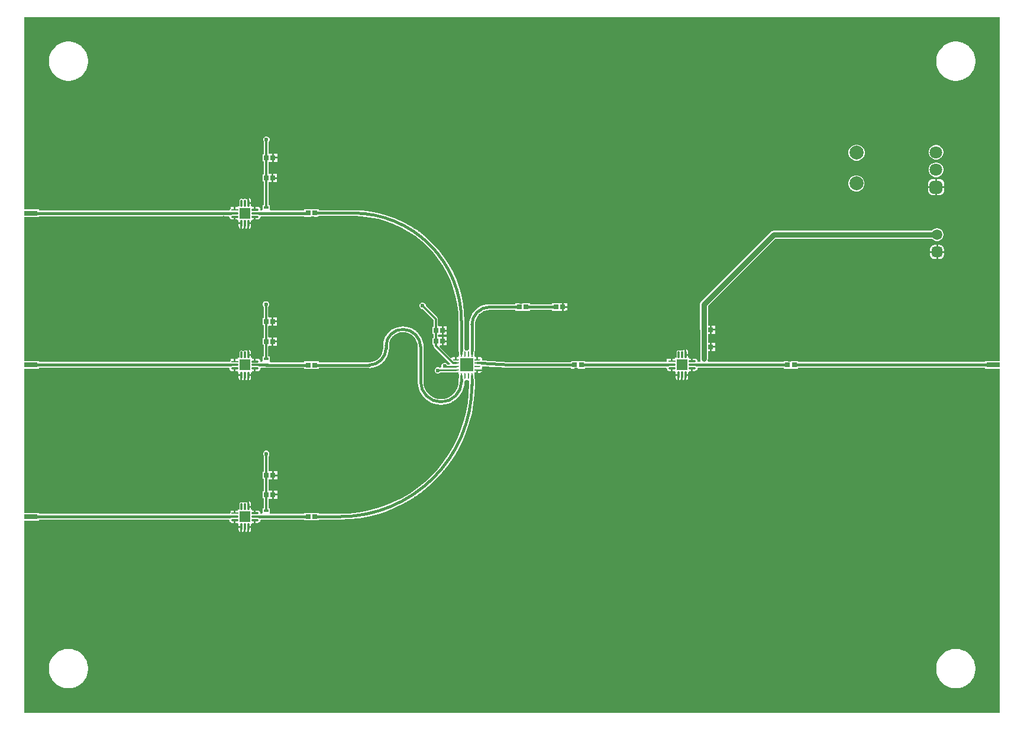
<source format=gtl>
G04*
G04 #@! TF.GenerationSoftware,Altium Limited,Altium Designer,25.8.1 (18)*
G04*
G04 Layer_Physical_Order=1*
G04 Layer_Color=255*
%FSLAX44Y44*%
%MOMM*%
G71*
G04*
G04 #@! TF.SameCoordinates,7FA5C237-9263-4F39-8F52-594564EE4E54*
G04*
G04*
G04 #@! TF.FilePolarity,Positive*
G04*
G01*
G75*
%ADD14R,0.6600X0.3600*%
%ADD15R,1.0191X0.2622*%
G04:AMPARAMS|DCode=16|XSize=1.0191mm|YSize=0.2622mm|CornerRadius=0.1311mm|HoleSize=0mm|Usage=FLASHONLY|Rotation=0.000|XOffset=0mm|YOffset=0mm|HoleType=Round|Shape=RoundedRectangle|*
%AMROUNDEDRECTD16*
21,1,1.0191,0.0000,0,0,0.0*
21,1,0.7569,0.2622,0,0,0.0*
1,1,0.2622,0.3785,0.0000*
1,1,0.2622,-0.3785,0.0000*
1,1,0.2622,-0.3785,0.0000*
1,1,0.2622,0.3785,0.0000*
%
%ADD16ROUNDEDRECTD16*%
G04:AMPARAMS|DCode=17|XSize=0.2622mm|YSize=1.0191mm|CornerRadius=0.1311mm|HoleSize=0mm|Usage=FLASHONLY|Rotation=0.000|XOffset=0mm|YOffset=0mm|HoleType=Round|Shape=RoundedRectangle|*
%AMROUNDEDRECTD17*
21,1,0.2622,0.7569,0,0,0.0*
21,1,0.0000,1.0191,0,0,0.0*
1,1,0.2622,0.0000,-0.3785*
1,1,0.2622,0.0000,-0.3785*
1,1,0.2622,0.0000,0.3785*
1,1,0.2622,0.0000,0.3785*
%
%ADD17ROUNDEDRECTD17*%
%ADD18R,4.8000X2.0000*%
%ADD19R,0.7154X0.6725*%
G04:AMPARAMS|DCode=20|XSize=0.8461mm|YSize=0.2425mm|CornerRadius=0.1212mm|HoleSize=0mm|Usage=FLASHONLY|Rotation=270.000|XOffset=0mm|YOffset=0mm|HoleType=Round|Shape=RoundedRectangle|*
%AMROUNDEDRECTD20*
21,1,0.8461,0.0000,0,0,270.0*
21,1,0.6036,0.2425,0,0,270.0*
1,1,0.2425,0.0000,-0.3018*
1,1,0.2425,0.0000,0.3018*
1,1,0.2425,0.0000,0.3018*
1,1,0.2425,0.0000,-0.3018*
%
%ADD20ROUNDEDRECTD20*%
G04:AMPARAMS|DCode=21|XSize=0.2425mm|YSize=0.8461mm|CornerRadius=0.1212mm|HoleSize=0mm|Usage=FLASHONLY|Rotation=270.000|XOffset=0mm|YOffset=0mm|HoleType=Round|Shape=RoundedRectangle|*
%AMROUNDEDRECTD21*
21,1,0.2425,0.6036,0,0,270.0*
21,1,0.0000,0.8461,0,0,270.0*
1,1,0.2425,-0.3018,0.0000*
1,1,0.2425,-0.3018,0.0000*
1,1,0.2425,0.3018,0.0000*
1,1,0.2425,0.3018,0.0000*
%
%ADD21ROUNDEDRECTD21*%
%ADD22R,1.9000X0.7000*%
%ADD23R,0.2425X0.8461*%
%ADD25R,1.5494X1.5494*%
%ADD27R,1.9200X1.9200*%
G04:AMPARAMS|DCode=30|XSize=1.8mm|YSize=1.8mm|CornerRadius=0.45mm|HoleSize=0mm|Usage=FLASHONLY|Rotation=270.000|XOffset=0mm|YOffset=0mm|HoleType=Round|Shape=RoundedRectangle|*
%AMROUNDEDRECTD30*
21,1,1.8000,0.9000,0,0,270.0*
21,1,0.9000,1.8000,0,0,270.0*
1,1,0.9000,-0.4500,-0.4500*
1,1,0.9000,-0.4500,0.4500*
1,1,0.9000,0.4500,0.4500*
1,1,0.9000,0.4500,-0.4500*
%
%ADD30ROUNDEDRECTD30*%
G04:AMPARAMS|DCode=31|XSize=1.5mm|YSize=1.5mm|CornerRadius=0.375mm|HoleSize=0mm|Usage=FLASHONLY|Rotation=270.000|XOffset=0mm|YOffset=0mm|HoleType=Round|Shape=RoundedRectangle|*
%AMROUNDEDRECTD31*
21,1,1.5000,0.7500,0,0,270.0*
21,1,0.7500,1.5000,0,0,270.0*
1,1,0.7500,-0.3750,-0.3750*
1,1,0.7500,-0.3750,0.3750*
1,1,0.7500,0.3750,0.3750*
1,1,0.7500,0.3750,-0.3750*
%
%ADD31ROUNDEDRECTD31*%
%ADD32C,1.8000*%
%ADD33C,2.0000*%
%ADD34C,1.5000*%
%ADD36C,0.6000*%
%ADD38C,0.4180*%
%ADD39C,0.3000*%
%ADD40C,0.4181*%
%ADD41C,0.2540*%
%ADD42C,0.8000*%
G36*
X474560Y713352D02*
X484524Y712961D01*
X496274Y711570D01*
X507880Y709261D01*
X519268Y706049D01*
X530370Y701954D01*
X541116Y697000D01*
X551440Y691218D01*
X561279Y684644D01*
X570571Y677319D01*
X579260Y669286D01*
X587293Y660597D01*
X594618Y651305D01*
X601192Y641466D01*
X606974Y631142D01*
X611928Y620396D01*
X616023Y609295D01*
X619235Y597906D01*
X621544Y586301D01*
X622935Y574550D01*
X623388Y563020D01*
X623329Y562725D01*
X623333Y520868D01*
X623650Y519272D01*
X623935Y518846D01*
Y515337D01*
X624173Y514140D01*
X624126Y513728D01*
X623600Y512140D01*
X622860D01*
Y511493D01*
X622581Y511326D01*
X620940D01*
Y507500D01*
X618400D01*
Y511326D01*
X616652D01*
X615188Y511035D01*
X613946Y510205D01*
X612461Y510059D01*
X596386Y526134D01*
X597152Y527982D01*
X599146D01*
Y533884D01*
Y539786D01*
X594299D01*
X593903Y541623D01*
Y541640D01*
X594299Y543476D01*
X599146D01*
Y549378D01*
Y555280D01*
X594299D01*
X593903Y557117D01*
Y565806D01*
X593903Y565806D01*
X593670Y566976D01*
X593007Y567968D01*
X593007Y567969D01*
X576350Y584626D01*
Y585695D01*
X575665Y587349D01*
X574399Y588615D01*
X572745Y589300D01*
X570955D01*
X569301Y588615D01*
X568035Y587349D01*
X567350Y585695D01*
Y583905D01*
X568035Y582251D01*
X569301Y580985D01*
X570955Y580300D01*
X572024D01*
X587786Y564539D01*
Y554240D01*
X585768D01*
Y544516D01*
X587786D01*
Y538746D01*
X585768D01*
Y529022D01*
X586716D01*
X587786Y527350D01*
X588018Y526180D01*
X588681Y525187D01*
X611544Y502324D01*
X610716Y500324D01*
X607546D01*
X607319Y500873D01*
X606053Y502139D01*
X604399Y502824D01*
X602609D01*
X600955Y502139D01*
X599689Y500873D01*
X599004Y499219D01*
Y497429D01*
X597426Y496299D01*
X596401Y496043D01*
X594747Y496728D01*
X592957D01*
X591303Y496043D01*
X590037Y494777D01*
X589352Y493123D01*
Y491333D01*
X590037Y489679D01*
X591303Y488413D01*
X592957Y487728D01*
X594747D01*
X596401Y488413D01*
X597606Y489618D01*
X619612D01*
X619612Y489618D01*
X620197Y489734D01*
X622688D01*
X622860Y489593D01*
Y487860D01*
X623584D01*
X624119Y486267D01*
X624166Y485860D01*
X623928Y484663D01*
Y481153D01*
X623641Y480723D01*
X623326Y479126D01*
X623329Y476221D01*
X623382Y475959D01*
X622922Y471288D01*
X621493Y466580D01*
X619174Y462241D01*
X616053Y458438D01*
X612250Y455317D01*
X607911Y452998D01*
X603203Y451570D01*
X598307Y451088D01*
X593411Y451570D01*
X588703Y452998D01*
X584364Y455317D01*
X580561Y458438D01*
X577440Y462241D01*
X575121Y466580D01*
X573693Y471288D01*
X573398Y474278D01*
X573283Y476229D01*
X573284Y476236D01*
X573284Y476237D01*
X573284Y478228D01*
Y525458D01*
X573296D01*
X572929Y530116D01*
X571839Y534658D01*
X570051Y538974D01*
X567610Y542957D01*
X564576Y546509D01*
X561024Y549543D01*
X557041Y551984D01*
X552725Y553772D01*
X548183Y554862D01*
X543526Y555229D01*
Y555224D01*
X539143Y554879D01*
X534868Y553852D01*
X530806Y552170D01*
X527057Y549873D01*
X523714Y547017D01*
X520859Y543674D01*
X518561Y539925D01*
X516879Y535864D01*
X515853Y531589D01*
X515508Y527206D01*
X515514D01*
Y524232D01*
X515548Y524061D01*
X515175Y520279D01*
X514022Y516477D01*
X512149Y512974D01*
X509629Y509903D01*
X506558Y507383D01*
X503055Y505510D01*
X499253Y504357D01*
X495471Y503984D01*
X495300Y504018D01*
X423326D01*
Y505210D01*
X402601D01*
Y504058D01*
X354208D01*
X352780Y505438D01*
X352780Y506058D01*
Y512038D01*
X350874D01*
Y525888D01*
X351261Y527728D01*
X356108D01*
Y533630D01*
Y539532D01*
X351261D01*
X350874Y541372D01*
Y554590D01*
X351261Y556430D01*
X356108D01*
Y562332D01*
Y568234D01*
X351261D01*
X350874Y570074D01*
Y583610D01*
X351465Y584201D01*
X352150Y585855D01*
Y587645D01*
X351465Y589299D01*
X350199Y590565D01*
X348545Y591250D01*
X346755D01*
X345101Y590565D01*
X343835Y589299D01*
X343150Y587645D01*
Y585855D01*
X343835Y584201D01*
X344756Y583280D01*
Y567194D01*
X342730D01*
Y557470D01*
X344756D01*
Y538492D01*
X342730D01*
Y528768D01*
X344756D01*
Y512038D01*
X343180D01*
Y506077D01*
X341553Y504538D01*
X339943Y504618D01*
X339689Y504928D01*
X339390Y506431D01*
X338539Y507704D01*
X337265Y508555D01*
X335763Y508854D01*
X333248D01*
Y504928D01*
X330708D01*
Y508854D01*
X328193D01*
X327793Y509183D01*
Y510215D01*
X326761D01*
X326432Y510616D01*
Y513130D01*
X322506D01*
Y514400D01*
X321236D01*
Y521859D01*
X321003Y521812D01*
X319729Y520961D01*
X319322Y520352D01*
X318602Y520833D01*
X317506Y521051D01*
X316409Y520833D01*
X315479Y520211D01*
X314532D01*
X313602Y520833D01*
X312506Y521051D01*
X311409Y520833D01*
X310479Y520211D01*
X309858Y519282D01*
X309640Y518185D01*
Y510616D01*
X309311Y510215D01*
X307219D01*
Y508779D01*
X304303D01*
Y504928D01*
X301763D01*
Y508779D01*
X295398D01*
Y504238D01*
X285115D01*
X284774Y504170D01*
X23000D01*
Y505500D01*
X2000D01*
Y712000D01*
X23000D01*
Y713256D01*
X286222D01*
X286403Y713292D01*
X288315D01*
X288872Y713181D01*
X294642D01*
X295322Y712352D01*
X295621Y710850D01*
X296472Y709576D01*
X297746Y708725D01*
X299249Y708426D01*
X301763D01*
Y712352D01*
X304303D01*
Y708426D01*
X306818D01*
X307219Y708097D01*
Y707065D01*
X308251D01*
X308580Y706664D01*
Y704150D01*
X312506D01*
Y702880D01*
X313776D01*
Y695421D01*
X314008Y695468D01*
X315006Y696134D01*
X316003Y695468D01*
X316236Y695421D01*
Y702880D01*
X318776D01*
Y695421D01*
X319008Y695468D01*
X320006Y696134D01*
X321003Y695468D01*
X321236Y695421D01*
Y702880D01*
X322506D01*
Y704150D01*
X326432D01*
Y706664D01*
X326761Y707065D01*
X327793D01*
Y708097D01*
X328193Y708426D01*
X330708D01*
Y712352D01*
X333248D01*
Y708426D01*
X335763D01*
X337265Y708725D01*
X338539Y709576D01*
X339390Y710850D01*
X339689Y712352D01*
X340367Y713178D01*
X348120D01*
X348579Y713269D01*
X402428D01*
Y712164D01*
X423153D01*
Y713356D01*
X470563D01*
X472533Y713356D01*
X472534Y713356D01*
X472553Y713356D01*
X472557Y713356D01*
X472559Y713356D01*
X472562Y713357D01*
X474560Y713352D01*
D02*
G37*
G36*
X1398000Y505500D02*
X1377000D01*
Y504221D01*
X1109299D01*
Y505464D01*
X1088575D01*
Y504231D01*
X981139D01*
X979652Y505470D01*
Y506321D01*
X979926Y506731D01*
X980353Y508877D01*
Y519854D01*
X982940D01*
Y525756D01*
Y531658D01*
X980353D01*
Y544746D01*
X982940D01*
Y550648D01*
Y556550D01*
X980246D01*
Y584766D01*
X1076523Y681042D01*
X1301080D01*
X1302674Y679448D01*
X1304726Y678263D01*
X1307015Y677650D01*
X1309385D01*
X1311674Y678263D01*
X1313726Y679448D01*
X1315402Y681124D01*
X1316587Y683176D01*
X1317200Y685465D01*
Y687835D01*
X1316587Y690124D01*
X1315402Y692176D01*
X1313726Y693852D01*
X1311674Y695037D01*
X1309385Y695650D01*
X1307015D01*
X1304726Y695037D01*
X1302674Y693852D01*
X1301080Y692258D01*
X1074200D01*
X1072054Y691831D01*
X1070235Y690615D01*
X970673Y591054D01*
X969457Y589234D01*
X969031Y587088D01*
Y550648D01*
X969137Y550111D01*
Y508877D01*
X969564Y506731D01*
X969898Y506231D01*
X969601Y505094D01*
X968565Y504231D01*
X966006D01*
X965291Y505102D01*
X964992Y506604D01*
X964141Y507878D01*
X962867Y508729D01*
X961365Y509028D01*
X958850D01*
Y505102D01*
X956310D01*
Y509028D01*
X953795D01*
X953395Y509357D01*
Y510389D01*
X952363D01*
X952034Y510790D01*
Y513304D01*
X948108D01*
Y514574D01*
X946838D01*
Y522033D01*
X946605Y521986D01*
X945331Y521135D01*
X944924Y520526D01*
X944204Y521007D01*
X943108Y521225D01*
X942011Y521007D01*
X941081Y520385D01*
X940134D01*
X939204Y521007D01*
X938108Y521225D01*
X937011Y521007D01*
X936081Y520385D01*
X935460Y519456D01*
X935242Y518359D01*
Y510790D01*
X934913Y510389D01*
X932821D01*
Y508953D01*
X929905D01*
Y505102D01*
X927365D01*
Y508953D01*
X921000D01*
Y504276D01*
X804620D01*
Y505314D01*
X783896D01*
Y504121D01*
X694965D01*
X657909Y506543D01*
X657174Y507500D01*
X656883Y508964D01*
X656054Y510205D01*
X654812Y511035D01*
X653348Y511326D01*
X651600D01*
Y507500D01*
X649060D01*
Y511326D01*
X647312D01*
X647140Y511467D01*
Y512140D01*
X646494D01*
X645876Y513772D01*
X645834Y514140D01*
X646072Y515337D01*
Y518847D01*
X646357Y519273D01*
X646674Y520869D01*
X646671Y557506D01*
X646633Y557696D01*
X647023Y561659D01*
X648235Y565652D01*
X650202Y569332D01*
X652849Y572557D01*
X656074Y575204D01*
X659754Y577171D01*
X663747Y578382D01*
X667713Y578773D01*
X667900Y578736D01*
X704902D01*
Y577544D01*
X725626D01*
Y578735D01*
X757388D01*
Y577544D01*
X766419D01*
Y577004D01*
X771266D01*
Y582906D01*
Y588808D01*
X766419D01*
Y588268D01*
X757388D01*
Y587077D01*
X725626D01*
Y588268D01*
X704902D01*
Y587076D01*
X667900D01*
Y587087D01*
X663272Y586723D01*
X658759Y585639D01*
X654470Y583863D01*
X650513Y581438D01*
X646983Y578423D01*
X643968Y574893D01*
X641543Y570936D01*
X639767Y566647D01*
X638683Y562133D01*
X638319Y557506D01*
X638329D01*
X638329Y557506D01*
X638332Y522857D01*
X637500Y522174D01*
X636036Y521883D01*
X635000Y521191D01*
X633964Y521883D01*
X632500Y522174D01*
X631674Y522852D01*
X631671Y562684D01*
X631713Y562726D01*
X631713D01*
X631222Y575202D01*
X629755Y587601D01*
X627319Y599847D01*
X623930Y611864D01*
X619608Y623577D01*
X614381Y634916D01*
X608280Y645810D01*
X601344Y656191D01*
X593614Y665996D01*
X585139Y675165D01*
X575970Y683640D01*
X566165Y691370D01*
X555784Y698307D01*
X544890Y704407D01*
X533551Y709634D01*
X521838Y713956D01*
X509821Y717345D01*
X497575Y719781D01*
X485176Y721248D01*
X474542Y721666D01*
X472700Y721739D01*
X472555Y721733D01*
X470555Y721696D01*
X423153D01*
Y722888D01*
X402428D01*
Y721609D01*
X354366D01*
X352780Y722608D01*
X352780Y723609D01*
Y729208D01*
X351166D01*
Y759955D01*
X351261Y761916D01*
X356108D01*
Y767818D01*
Y773720D01*
X351261D01*
X351166Y775681D01*
Y789088D01*
X351689Y790872D01*
X356535D01*
Y796774D01*
Y802676D01*
X351689D01*
X351166Y804460D01*
Y819168D01*
X352049Y820051D01*
X352734Y821705D01*
Y823495D01*
X352049Y825149D01*
X350783Y826415D01*
X349129Y827100D01*
X347339D01*
X345685Y826415D01*
X344419Y825149D01*
X343734Y823495D01*
Y821705D01*
X344419Y820051D01*
X345048Y819422D01*
Y801636D01*
X343157D01*
Y791912D01*
X345048D01*
Y772680D01*
X342730D01*
Y762956D01*
X345048D01*
Y729208D01*
X343180D01*
X343180Y722608D01*
X341631Y721519D01*
X340372D01*
X339689Y722352D01*
X339390Y723855D01*
X338539Y725128D01*
X337265Y725979D01*
X335763Y726278D01*
X333248D01*
Y722352D01*
X330708D01*
Y726278D01*
X328193D01*
X327793Y726607D01*
Y727639D01*
X326761D01*
X326432Y728040D01*
Y730554D01*
X322506D01*
Y731824D01*
X321236D01*
Y739283D01*
X321003Y739236D01*
X319729Y738385D01*
X319322Y737776D01*
X318602Y738257D01*
X317506Y738475D01*
X316409Y738257D01*
X315479Y737635D01*
X314532D01*
X313602Y738257D01*
X312506Y738475D01*
X311409Y738257D01*
X310479Y737635D01*
X309858Y736706D01*
X309640Y735609D01*
Y728040D01*
X309311Y727639D01*
X307219D01*
Y726203D01*
X304303D01*
Y722352D01*
X301763D01*
Y726203D01*
X295398D01*
Y721523D01*
X289347D01*
X288798Y721632D01*
X286258D01*
X286077Y721596D01*
X23000D01*
Y723000D01*
X2000D01*
Y998000D01*
X1398000D01*
Y505500D01*
D02*
G37*
G36*
X547715Y546521D02*
X551744Y545299D01*
X555457Y543314D01*
X558711Y540644D01*
X561381Y537389D01*
X563366Y533677D01*
X564588Y529648D01*
X564982Y525649D01*
X564944Y525458D01*
Y478237D01*
X564926Y476244D01*
X564921Y476184D01*
X565069Y474304D01*
X565332Y470962D01*
X566555Y465868D01*
X568560Y461027D01*
X571297Y456561D01*
X574700Y452577D01*
X578684Y449175D01*
X583150Y446437D01*
X587990Y444433D01*
X593084Y443210D01*
X598307Y442799D01*
X603530Y443210D01*
X608624Y444433D01*
X613464Y446437D01*
X617931Y449175D01*
X621914Y452577D01*
X625317Y456561D01*
X628054Y461027D01*
X630059Y465868D01*
X631282Y470962D01*
X631544Y474286D01*
X631675Y475951D01*
X632161Y477056D01*
X632615Y477849D01*
X633964Y478117D01*
X635000Y478809D01*
X636036Y478117D01*
X637500Y477826D01*
X638327Y477148D01*
X638329Y471650D01*
X638390Y471346D01*
X637930Y458464D01*
X636519Y445342D01*
X634176Y432354D01*
X630912Y419567D01*
X626744Y407045D01*
X621694Y394852D01*
X615787Y383051D01*
X609053Y371701D01*
X601526Y360861D01*
X593245Y350585D01*
X584252Y340926D01*
X574593Y331933D01*
X564317Y323652D01*
X553477Y316126D01*
X542127Y309391D01*
X530326Y303484D01*
X518133Y298434D01*
X505611Y294266D01*
X492824Y291002D01*
X479836Y288659D01*
X466715Y287248D01*
X453828Y286788D01*
X453526Y286848D01*
X423153D01*
Y288040D01*
X402428D01*
Y286761D01*
X354366D01*
X352780Y287760D01*
X352780Y288761D01*
Y294360D01*
X351124D01*
Y306434D01*
X351515Y308272D01*
X356362D01*
Y314174D01*
Y320076D01*
X351515D01*
X351124Y321914D01*
Y334120D01*
X351515Y335958D01*
X356362D01*
Y341860D01*
Y347762D01*
X351515D01*
X351124Y349600D01*
Y369360D01*
X351965Y370201D01*
X352650Y371855D01*
Y373645D01*
X351965Y375299D01*
X350699Y376565D01*
X349045Y377250D01*
X347255D01*
X345601Y376565D01*
X344335Y375299D01*
X343650Y373645D01*
Y371855D01*
X344335Y370201D01*
X345006Y369530D01*
Y346722D01*
X342984D01*
Y336998D01*
X345006D01*
Y319036D01*
X342984D01*
Y309312D01*
X345006D01*
Y294360D01*
X343180D01*
X343180Y287760D01*
X341631Y286671D01*
X340372D01*
X339689Y287504D01*
X339390Y289007D01*
X338539Y290280D01*
X337265Y291131D01*
X335763Y291430D01*
X333248D01*
Y287504D01*
X330708D01*
Y291430D01*
X328193D01*
X327793Y291759D01*
Y292791D01*
X326761D01*
X326432Y293192D01*
Y295706D01*
X322506D01*
Y296976D01*
X321236D01*
Y304435D01*
X321003Y304388D01*
X319729Y303537D01*
X319322Y302928D01*
X318602Y303409D01*
X317506Y303627D01*
X316409Y303409D01*
X315006Y302944D01*
X313602Y303409D01*
X312506Y303627D01*
X311409Y303409D01*
X310479Y302787D01*
X309858Y301858D01*
X309640Y300761D01*
Y293192D01*
X309311Y292791D01*
X307219D01*
Y291355D01*
X304303D01*
Y287504D01*
X301763D01*
Y291355D01*
X295398D01*
Y286675D01*
X287467D01*
X286871Y286556D01*
X286258Y286678D01*
X23000D01*
Y288000D01*
X2000D01*
Y494500D01*
X23000D01*
Y495830D01*
X285044D01*
X285048Y495829D01*
X285385Y495896D01*
X294528D01*
X295322Y494928D01*
X295621Y493425D01*
X296472Y492152D01*
X297746Y491301D01*
X299249Y491002D01*
X301763D01*
Y494928D01*
X304303D01*
Y491002D01*
X306818D01*
X307219Y490673D01*
Y489641D01*
X308251D01*
X308580Y489240D01*
Y486726D01*
X312506D01*
Y485456D01*
X313776D01*
Y477997D01*
X314008Y478044D01*
X315006Y478710D01*
X316003Y478044D01*
X316236Y477997D01*
Y485456D01*
X318776D01*
Y477997D01*
X319008Y478044D01*
X320006Y478710D01*
X321003Y478044D01*
X321236Y477997D01*
Y485456D01*
X322506D01*
Y486726D01*
X326432D01*
Y489240D01*
X326761Y489641D01*
X327793D01*
Y490673D01*
X328193Y491002D01*
X330708D01*
Y494928D01*
X333248D01*
Y491002D01*
X335763D01*
X337265Y491301D01*
X338539Y492152D01*
X339390Y493425D01*
X339689Y494928D01*
X340367Y495754D01*
X347947D01*
X348130Y495717D01*
X348134Y495718D01*
X402601D01*
Y494486D01*
X423326D01*
Y495678D01*
X495300D01*
Y495670D01*
X499768Y496022D01*
X504126Y497068D01*
X508267Y498783D01*
X512088Y501125D01*
X515496Y504036D01*
X518407Y507444D01*
X520749Y511265D01*
X522464Y515406D01*
X523510Y519764D01*
X523862Y524232D01*
X523854D01*
Y527206D01*
X523822Y527367D01*
X524185Y531053D01*
X525307Y534752D01*
X527129Y538161D01*
X529582Y541149D01*
X532570Y543602D01*
X535979Y545424D01*
X539678Y546546D01*
X543364Y546909D01*
X543526Y546877D01*
X543716Y546915D01*
X547715Y546521D01*
D02*
G37*
G36*
X694546Y495789D02*
X694685Y495808D01*
X694818Y495781D01*
X783896D01*
Y494589D01*
X804620D01*
Y495935D01*
X920241D01*
X920925Y495102D01*
X921223Y493600D01*
X922075Y492326D01*
X923348Y491475D01*
X924851Y491176D01*
X927365D01*
Y495102D01*
X929905D01*
Y491176D01*
X932420D01*
X932821Y490847D01*
Y489815D01*
X933853D01*
X934182Y489414D01*
Y486900D01*
X938108D01*
Y485630D01*
X939378D01*
Y478171D01*
X939610Y478218D01*
X940608Y478884D01*
X941605Y478218D01*
X941838Y478171D01*
Y485630D01*
X944378D01*
Y478171D01*
X944610Y478218D01*
X945608Y478884D01*
X946605Y478218D01*
X946838Y478171D01*
Y485630D01*
X948108D01*
Y486900D01*
X952034D01*
Y489414D01*
X952363Y489815D01*
X953395D01*
Y490847D01*
X953795Y491176D01*
X956310D01*
Y495102D01*
X958850D01*
Y491176D01*
X961365D01*
X962867Y491475D01*
X964141Y492326D01*
X964992Y493600D01*
X965291Y495102D01*
X965937Y495889D01*
X1088575D01*
Y494740D01*
X1109299D01*
Y495881D01*
X1377000D01*
Y494500D01*
X1398000D01*
Y2000D01*
X2000D01*
Y277000D01*
X23000D01*
Y278337D01*
X286258D01*
X286854Y278455D01*
X287467Y278333D01*
X294642D01*
X295322Y277504D01*
X295621Y276001D01*
X296472Y274728D01*
X297746Y273877D01*
X299249Y273578D01*
X301763D01*
Y277504D01*
X304303D01*
Y273578D01*
X306818D01*
X307219Y273249D01*
Y272217D01*
X308251D01*
X308580Y271816D01*
Y269302D01*
X312506D01*
Y268032D01*
X313776D01*
Y260573D01*
X314008Y260620D01*
X315006Y261286D01*
X316003Y260620D01*
X316236Y260573D01*
Y268032D01*
X318776D01*
Y260573D01*
X319008Y260620D01*
X320006Y261286D01*
X321003Y260620D01*
X321236Y260573D01*
Y268032D01*
X322506D01*
Y269302D01*
X326432D01*
Y271816D01*
X326761Y272217D01*
X327793D01*
Y273249D01*
X328193Y273578D01*
X330708D01*
Y277504D01*
X333248D01*
Y273578D01*
X335763D01*
X337265Y273877D01*
X338539Y274728D01*
X339390Y276001D01*
X339689Y277504D01*
X340367Y278330D01*
X348120D01*
X348579Y278421D01*
X402428D01*
Y277316D01*
X423153D01*
Y278508D01*
X453526D01*
Y278465D01*
X467307Y278957D01*
X481019Y280431D01*
X494591Y282880D01*
X507953Y286290D01*
X521038Y290645D01*
X533779Y295923D01*
X546110Y302096D01*
X557971Y309133D01*
X569299Y316998D01*
X580037Y325651D01*
X590130Y335048D01*
X599527Y345141D01*
X608180Y355880D01*
X616045Y367207D01*
X623082Y379067D01*
X629255Y391399D01*
X634533Y404140D01*
X638888Y417225D01*
X642298Y430588D01*
X644747Y444159D01*
X646221Y457871D01*
X646713Y471652D01*
X646673D01*
X646671Y471654D01*
X646667Y479133D01*
X646349Y480729D01*
X646065Y481154D01*
Y484663D01*
X645827Y485860D01*
X645874Y486272D01*
X646400Y487860D01*
X647140D01*
Y488507D01*
X647419Y488674D01*
X649060D01*
Y492500D01*
X650330D01*
Y493770D01*
X656921D01*
X656883Y493964D01*
X656191Y495000D01*
X656883Y496036D01*
X657174Y497500D01*
X657781Y498192D01*
X694546Y495789D01*
D02*
G37*
%LPC*%
G36*
X326432Y701610D02*
X323776D01*
Y695421D01*
X324008Y695468D01*
X325282Y696319D01*
X326133Y697592D01*
X326432Y699095D01*
Y701610D01*
D02*
G37*
G36*
X311236D02*
X308580D01*
Y699095D01*
X308878Y697592D01*
X309729Y696319D01*
X311003Y695468D01*
X311236Y695421D01*
Y701610D01*
D02*
G37*
G36*
X358648Y568234D02*
Y563602D01*
X363495D01*
Y568234D01*
X358648D01*
D02*
G37*
G36*
X363495Y561062D02*
X358648D01*
Y556430D01*
X363495D01*
Y561062D01*
D02*
G37*
G36*
X601686Y555280D02*
Y550648D01*
X606532D01*
Y555280D01*
X601686D01*
D02*
G37*
G36*
X606532Y548108D02*
X601686D01*
Y543476D01*
X606532D01*
Y548108D01*
D02*
G37*
G36*
X601686Y539786D02*
Y535154D01*
X606532D01*
Y539786D01*
X601686D01*
D02*
G37*
G36*
X358648Y539532D02*
Y534900D01*
X363495D01*
Y539532D01*
X358648D01*
D02*
G37*
G36*
X606532Y532614D02*
X601686D01*
Y527982D01*
X606532D01*
Y532614D01*
D02*
G37*
G36*
X363495Y532360D02*
X358648D01*
Y527728D01*
X363495D01*
Y532360D01*
D02*
G37*
G36*
X323776Y521859D02*
Y515670D01*
X326432D01*
Y518185D01*
X326133Y519688D01*
X325282Y520961D01*
X324008Y521812D01*
X323776Y521859D01*
D02*
G37*
G36*
X1336800Y963187D02*
X1333327D01*
X1333223Y963144D01*
X1333115Y963173D01*
X1329671Y962720D01*
X1329574Y962664D01*
X1329462Y962678D01*
X1326107Y961779D01*
X1326018Y961711D01*
X1325906D01*
X1322696Y960382D01*
X1322617Y960302D01*
X1322506Y960288D01*
X1319498Y958551D01*
X1319429Y958462D01*
X1319321Y958433D01*
X1316565Y956318D01*
X1316509Y956221D01*
X1316405Y956178D01*
X1313949Y953722D01*
X1313906Y953618D01*
X1313809Y953562D01*
X1311694Y950806D01*
X1311665Y950698D01*
X1311576Y950630D01*
X1309839Y947621D01*
X1309825Y947510D01*
X1309745Y947431D01*
X1308416Y944221D01*
Y944109D01*
X1308348Y944020D01*
X1307449Y940665D01*
X1307463Y940554D01*
X1307407Y940456D01*
X1306954Y937012D01*
X1306983Y936904D01*
X1306940Y936800D01*
Y933327D01*
X1306983Y933223D01*
X1306954Y933115D01*
X1307407Y929671D01*
X1307463Y929574D01*
X1307449Y929462D01*
X1308348Y926107D01*
X1308416Y926018D01*
Y925906D01*
X1309745Y922696D01*
X1309825Y922617D01*
X1309839Y922506D01*
X1311576Y919498D01*
X1311665Y919429D01*
X1311694Y919321D01*
X1313809Y916565D01*
X1313906Y916509D01*
X1313949Y916405D01*
X1316405Y913949D01*
X1316509Y913906D01*
X1316565Y913809D01*
X1319321Y911694D01*
X1319429Y911665D01*
X1319498Y911576D01*
X1322506Y909839D01*
X1322617Y909825D01*
X1322696Y909745D01*
X1325906Y908416D01*
X1326018D01*
X1326107Y908348D01*
X1329462Y907449D01*
X1329574Y907463D01*
X1329671Y907407D01*
X1333115Y906954D01*
X1333223Y906983D01*
X1333327Y906940D01*
X1336800D01*
X1336904Y906983D01*
X1337012Y906954D01*
X1340456Y907407D01*
X1340553Y907463D01*
X1340665Y907449D01*
X1344020Y908348D01*
X1344109Y908416D01*
X1344221D01*
X1347431Y909745D01*
X1347510Y909825D01*
X1347621Y909839D01*
X1350629Y911576D01*
X1350698Y911665D01*
X1350806Y911694D01*
X1353562Y913809D01*
X1353618Y913906D01*
X1353722Y913949D01*
X1356178Y916405D01*
X1356221Y916509D01*
X1356318Y916565D01*
X1358433Y919321D01*
X1358462Y919429D01*
X1358551Y919497D01*
X1360288Y922506D01*
X1360302Y922617D01*
X1360382Y922696D01*
X1361711Y925906D01*
Y926018D01*
X1361779Y926107D01*
X1362678Y929462D01*
X1362664Y929574D01*
X1362720Y929671D01*
X1363173Y933115D01*
X1363144Y933223D01*
X1363187Y933327D01*
Y936800D01*
X1363144Y936904D01*
X1363173Y937012D01*
X1362720Y940456D01*
X1362664Y940554D01*
X1362678Y940665D01*
X1361779Y944020D01*
X1361711Y944109D01*
Y944221D01*
X1360382Y947431D01*
X1360302Y947510D01*
X1360288Y947621D01*
X1358551Y950630D01*
X1358462Y950698D01*
X1358433Y950806D01*
X1356318Y953562D01*
X1356221Y953618D01*
X1356178Y953722D01*
X1353722Y956178D01*
X1353618Y956221D01*
X1353562Y956318D01*
X1350806Y958433D01*
X1350698Y958462D01*
X1350629Y958551D01*
X1347621Y960288D01*
X1347510Y960302D01*
X1347431Y960382D01*
X1344221Y961711D01*
X1344109D01*
X1344020Y961779D01*
X1340665Y962678D01*
X1340553Y962664D01*
X1340456Y962720D01*
X1337012Y963173D01*
X1336904Y963144D01*
X1336800Y963187D01*
D02*
G37*
G36*
X66800D02*
X63327D01*
X63223Y963144D01*
X63115Y963173D01*
X59671Y962720D01*
X59573Y962664D01*
X59462Y962678D01*
X56107Y961779D01*
X56018Y961711D01*
X55906D01*
X52696Y960382D01*
X52617Y960302D01*
X52506Y960288D01*
X49497Y958551D01*
X49429Y958462D01*
X49321Y958433D01*
X46565Y956318D01*
X46509Y956221D01*
X46405Y956178D01*
X43949Y953722D01*
X43906Y953618D01*
X43809Y953562D01*
X41694Y950806D01*
X41665Y950698D01*
X41576Y950630D01*
X39839Y947621D01*
X39825Y947510D01*
X39745Y947431D01*
X38416Y944221D01*
Y944109D01*
X38348Y944020D01*
X37449Y940665D01*
X37463Y940554D01*
X37407Y940456D01*
X36954Y937012D01*
X36983Y936904D01*
X36940Y936800D01*
Y933327D01*
X36983Y933223D01*
X36954Y933115D01*
X37407Y929671D01*
X37463Y929574D01*
X37449Y929462D01*
X38348Y926107D01*
X38416Y926018D01*
Y925906D01*
X39745Y922696D01*
X39825Y922617D01*
X39839Y922506D01*
X41576Y919498D01*
X41665Y919429D01*
X41694Y919321D01*
X43809Y916565D01*
X43906Y916509D01*
X43949Y916405D01*
X46405Y913949D01*
X46509Y913906D01*
X46565Y913809D01*
X49321Y911694D01*
X49429Y911665D01*
X49497Y911576D01*
X52506Y909839D01*
X52617Y909825D01*
X52696Y909745D01*
X55906Y908416D01*
X56018D01*
X56107Y908348D01*
X59462Y907449D01*
X59573Y907463D01*
X59671Y907407D01*
X63115Y906954D01*
X63223Y906983D01*
X63327Y906940D01*
X66800D01*
X66904Y906983D01*
X67012Y906954D01*
X70456Y907407D01*
X70553Y907463D01*
X70665Y907449D01*
X74020Y908348D01*
X74109Y908416D01*
X74221D01*
X77431Y909745D01*
X77510Y909825D01*
X77621Y909839D01*
X80630Y911576D01*
X80698Y911665D01*
X80806Y911694D01*
X83562Y913809D01*
X83618Y913906D01*
X83722Y913949D01*
X86178Y916405D01*
X86221Y916509D01*
X86318Y916565D01*
X88433Y919321D01*
X88462Y919429D01*
X88551Y919497D01*
X90288Y922506D01*
X90302Y922617D01*
X90382Y922696D01*
X91711Y925906D01*
Y926018D01*
X91779Y926107D01*
X92678Y929462D01*
X92664Y929574D01*
X92720Y929671D01*
X93173Y933115D01*
X93144Y933223D01*
X93187Y933327D01*
Y936800D01*
X93144Y936904D01*
X93173Y937012D01*
X92720Y940456D01*
X92664Y940554D01*
X92678Y940665D01*
X91779Y944020D01*
X91711Y944109D01*
Y944221D01*
X90382Y947431D01*
X90302Y947510D01*
X90288Y947621D01*
X88551Y950630D01*
X88462Y950698D01*
X88433Y950806D01*
X86318Y953562D01*
X86221Y953618D01*
X86178Y953722D01*
X83722Y956178D01*
X83618Y956221D01*
X83562Y956318D01*
X80806Y958433D01*
X80698Y958462D01*
X80630Y958551D01*
X77621Y960288D01*
X77510Y960302D01*
X77431Y960382D01*
X74221Y961711D01*
X74109D01*
X74020Y961779D01*
X70665Y962678D01*
X70553Y962664D01*
X70456Y962720D01*
X67012Y963173D01*
X66904Y963144D01*
X66800Y963187D01*
D02*
G37*
G36*
X359075Y802676D02*
Y798044D01*
X363922D01*
Y802676D01*
X359075D01*
D02*
G37*
G36*
X1308232Y815150D02*
X1305468D01*
X1302797Y814434D01*
X1300403Y813052D01*
X1298448Y811097D01*
X1297066Y808703D01*
X1296350Y806032D01*
Y803268D01*
X1297066Y800597D01*
X1298448Y798203D01*
X1300403Y796248D01*
X1302797Y794866D01*
X1305468Y794150D01*
X1308232D01*
X1310903Y794866D01*
X1313297Y796248D01*
X1315252Y798203D01*
X1316634Y800597D01*
X1317350Y803268D01*
Y806032D01*
X1316634Y808703D01*
X1315252Y811097D01*
X1313297Y813052D01*
X1310903Y814434D01*
X1308232Y815150D01*
D02*
G37*
G36*
X1194564Y815550D02*
X1191536D01*
X1188611Y814766D01*
X1185989Y813252D01*
X1183848Y811111D01*
X1182334Y808489D01*
X1181550Y805564D01*
Y802536D01*
X1182334Y799611D01*
X1183848Y796989D01*
X1185989Y794848D01*
X1188611Y793334D01*
X1191536Y792550D01*
X1194564D01*
X1197489Y793334D01*
X1200111Y794848D01*
X1202252Y796989D01*
X1203766Y799611D01*
X1204550Y802536D01*
Y805564D01*
X1203766Y808489D01*
X1202252Y811111D01*
X1200111Y813252D01*
X1197489Y814766D01*
X1194564Y815550D01*
D02*
G37*
G36*
X363922Y795504D02*
X359075D01*
Y790872D01*
X363922D01*
Y795504D01*
D02*
G37*
G36*
X1308232Y790150D02*
X1305468D01*
X1302797Y789434D01*
X1300403Y788052D01*
X1298448Y786097D01*
X1297066Y783703D01*
X1296350Y781032D01*
Y778268D01*
X1297066Y775597D01*
X1298448Y773203D01*
X1300403Y771248D01*
X1302797Y769866D01*
X1305468Y769150D01*
X1308232D01*
X1310903Y769866D01*
X1313297Y771248D01*
X1315252Y773203D01*
X1316634Y775597D01*
X1317350Y778268D01*
Y781032D01*
X1316634Y783703D01*
X1315252Y786097D01*
X1313297Y788052D01*
X1310903Y789434D01*
X1308232Y790150D01*
D02*
G37*
G36*
X358648Y773720D02*
Y769088D01*
X363495D01*
Y773720D01*
X358648D01*
D02*
G37*
G36*
X363495Y766548D02*
X358648D01*
Y761916D01*
X363495D01*
Y766548D01*
D02*
G37*
G36*
X1311350Y766251D02*
X1308120D01*
Y755920D01*
X1318451D01*
Y759150D01*
X1318209Y760988D01*
X1317499Y762700D01*
X1316371Y764171D01*
X1314900Y765299D01*
X1313188Y766009D01*
X1311350Y766251D01*
D02*
G37*
G36*
X1305580D02*
X1302350D01*
X1300512Y766009D01*
X1298800Y765299D01*
X1297329Y764171D01*
X1296201Y762700D01*
X1295491Y760988D01*
X1295249Y759150D01*
Y755920D01*
X1305580D01*
Y766251D01*
D02*
G37*
G36*
X1194314Y771450D02*
X1191286D01*
X1188361Y770666D01*
X1185739Y769152D01*
X1183598Y767011D01*
X1182084Y764389D01*
X1181300Y761464D01*
Y758436D01*
X1182084Y755511D01*
X1183598Y752889D01*
X1185739Y750748D01*
X1188361Y749234D01*
X1191286Y748450D01*
X1194314D01*
X1197239Y749234D01*
X1199861Y750748D01*
X1202002Y752889D01*
X1203516Y755511D01*
X1204300Y758436D01*
Y761464D01*
X1203516Y764389D01*
X1202002Y767011D01*
X1199861Y769152D01*
X1197239Y770666D01*
X1194314Y771450D01*
D02*
G37*
G36*
X1318451Y753380D02*
X1308120D01*
Y743049D01*
X1311350D01*
X1313188Y743291D01*
X1314900Y744001D01*
X1316371Y745129D01*
X1317499Y746600D01*
X1318209Y748312D01*
X1318451Y750150D01*
Y753380D01*
D02*
G37*
G36*
X1305580D02*
X1295249D01*
Y750150D01*
X1295491Y748312D01*
X1296201Y746600D01*
X1297329Y745129D01*
X1298800Y744001D01*
X1300512Y743291D01*
X1302350Y743049D01*
X1305580D01*
Y753380D01*
D02*
G37*
G36*
X323776Y739283D02*
Y733094D01*
X326432D01*
Y735609D01*
X326133Y737112D01*
X325282Y738385D01*
X324008Y739236D01*
X323776Y739283D01*
D02*
G37*
G36*
X1311950Y671813D02*
X1309470D01*
Y662920D01*
X1318363D01*
Y665400D01*
X1317875Y667854D01*
X1316485Y669935D01*
X1314404Y671325D01*
X1311950Y671813D01*
D02*
G37*
G36*
X1306930D02*
X1304450D01*
X1301996Y671325D01*
X1299915Y669935D01*
X1298525Y667854D01*
X1298037Y665400D01*
Y662920D01*
X1306930D01*
Y671813D01*
D02*
G37*
G36*
X1318363Y660380D02*
X1309470D01*
Y651487D01*
X1311950D01*
X1314404Y651975D01*
X1316485Y653365D01*
X1317875Y655446D01*
X1318363Y657900D01*
Y660380D01*
D02*
G37*
G36*
X1306930D02*
X1298037D01*
Y657900D01*
X1298525Y655446D01*
X1299915Y653365D01*
X1301996Y651975D01*
X1304450Y651487D01*
X1306930D01*
Y660380D01*
D02*
G37*
G36*
X778652Y588808D02*
X773806D01*
Y584176D01*
X778652D01*
Y588808D01*
D02*
G37*
G36*
Y581636D02*
X773806D01*
Y577004D01*
X778652D01*
Y581636D01*
D02*
G37*
G36*
X990326Y556550D02*
X985480D01*
Y551918D01*
X990326D01*
Y556550D01*
D02*
G37*
G36*
Y549378D02*
X985480D01*
Y544746D01*
X990326D01*
Y549378D01*
D02*
G37*
G36*
Y531658D02*
X985480D01*
Y527026D01*
X990326D01*
Y531658D01*
D02*
G37*
G36*
Y524486D02*
X985480D01*
Y519854D01*
X990326D01*
Y524486D01*
D02*
G37*
G36*
X949378Y522033D02*
Y515844D01*
X952034D01*
Y518359D01*
X951735Y519861D01*
X950884Y521135D01*
X949610Y521986D01*
X949378Y522033D01*
D02*
G37*
G36*
X326432Y484186D02*
X323776D01*
Y477997D01*
X324008Y478044D01*
X325282Y478895D01*
X326133Y480168D01*
X326432Y481671D01*
Y484186D01*
D02*
G37*
G36*
X311236D02*
X308580D01*
Y481671D01*
X308878Y480168D01*
X309729Y478895D01*
X311003Y478044D01*
X311236Y477997D01*
Y484186D01*
D02*
G37*
G36*
X358902Y347762D02*
Y343130D01*
X363749D01*
Y347762D01*
X358902D01*
D02*
G37*
G36*
X363749Y340590D02*
X358902D01*
Y335958D01*
X363749D01*
Y340590D01*
D02*
G37*
G36*
X358902Y320076D02*
Y315444D01*
X363749D01*
Y320076D01*
X358902D01*
D02*
G37*
G36*
X363749Y312904D02*
X358902D01*
Y308272D01*
X363749D01*
Y312904D01*
D02*
G37*
G36*
X323776Y304435D02*
Y298246D01*
X326432D01*
Y300761D01*
X326133Y302264D01*
X325282Y303537D01*
X324008Y304388D01*
X323776Y304435D01*
D02*
G37*
G36*
X656921Y491230D02*
X651600D01*
Y488674D01*
X653348D01*
X654812Y488965D01*
X656054Y489795D01*
X656883Y491036D01*
X656921Y491230D01*
D02*
G37*
G36*
X952034Y484360D02*
X949378D01*
Y478171D01*
X949610Y478218D01*
X950884Y479069D01*
X951735Y480342D01*
X952034Y481845D01*
Y484360D01*
D02*
G37*
G36*
X936838D02*
X934182D01*
Y481845D01*
X934480Y480342D01*
X935331Y479069D01*
X936605Y478218D01*
X936838Y478171D01*
Y484360D01*
D02*
G37*
G36*
X326432Y266762D02*
X323776D01*
Y260573D01*
X324008Y260620D01*
X325282Y261471D01*
X326133Y262745D01*
X326432Y264247D01*
Y266762D01*
D02*
G37*
G36*
X311236D02*
X308580D01*
Y264247D01*
X308878Y262745D01*
X309729Y261471D01*
X311003Y260620D01*
X311236Y260573D01*
Y266762D01*
D02*
G37*
G36*
X1336800Y93187D02*
X1333327D01*
X1333223Y93144D01*
X1333115Y93173D01*
X1329671Y92720D01*
X1329574Y92664D01*
X1329462Y92678D01*
X1326107Y91779D01*
X1326018Y91711D01*
X1325906D01*
X1322696Y90382D01*
X1322617Y90302D01*
X1322506Y90288D01*
X1319498Y88551D01*
X1319429Y88462D01*
X1319321Y88433D01*
X1316565Y86318D01*
X1316509Y86221D01*
X1316405Y86178D01*
X1313949Y83722D01*
X1313906Y83618D01*
X1313809Y83562D01*
X1311694Y80806D01*
X1311665Y80698D01*
X1311576Y80630D01*
X1309839Y77621D01*
X1309825Y77510D01*
X1309745Y77431D01*
X1308416Y74221D01*
Y74109D01*
X1308348Y74020D01*
X1307449Y70665D01*
X1307463Y70553D01*
X1307407Y70456D01*
X1306954Y67012D01*
X1306983Y66904D01*
X1306940Y66800D01*
Y63327D01*
X1306983Y63223D01*
X1306954Y63115D01*
X1307407Y59671D01*
X1307463Y59573D01*
X1307449Y59462D01*
X1308348Y56107D01*
X1308416Y56018D01*
Y55906D01*
X1309745Y52696D01*
X1309825Y52617D01*
X1309839Y52506D01*
X1311576Y49497D01*
X1311665Y49429D01*
X1311694Y49321D01*
X1313809Y46565D01*
X1313906Y46509D01*
X1313949Y46405D01*
X1316405Y43949D01*
X1316509Y43906D01*
X1316565Y43809D01*
X1319321Y41694D01*
X1319429Y41665D01*
X1319498Y41576D01*
X1322506Y39839D01*
X1322617Y39825D01*
X1322696Y39745D01*
X1325906Y38416D01*
X1326018D01*
X1326107Y38348D01*
X1329462Y37449D01*
X1329574Y37463D01*
X1329671Y37407D01*
X1333115Y36954D01*
X1333223Y36983D01*
X1333327Y36940D01*
X1336800D01*
X1336904Y36983D01*
X1337012Y36954D01*
X1340456Y37407D01*
X1340553Y37463D01*
X1340665Y37449D01*
X1344020Y38348D01*
X1344109Y38416D01*
X1344221D01*
X1347431Y39745D01*
X1347510Y39825D01*
X1347621Y39839D01*
X1350629Y41576D01*
X1350698Y41665D01*
X1350806Y41694D01*
X1353562Y43809D01*
X1353618Y43906D01*
X1353722Y43949D01*
X1356178Y46405D01*
X1356221Y46509D01*
X1356318Y46565D01*
X1358433Y49321D01*
X1358462Y49429D01*
X1358551Y49497D01*
X1360288Y52506D01*
X1360302Y52617D01*
X1360382Y52696D01*
X1361711Y55906D01*
Y56018D01*
X1361779Y56107D01*
X1362678Y59462D01*
X1362664Y59573D01*
X1362720Y59671D01*
X1363173Y63115D01*
X1363144Y63223D01*
X1363187Y63327D01*
Y66800D01*
X1363144Y66904D01*
X1363173Y67012D01*
X1362720Y70456D01*
X1362664Y70553D01*
X1362678Y70665D01*
X1361779Y74020D01*
X1361711Y74109D01*
Y74221D01*
X1360382Y77431D01*
X1360302Y77510D01*
X1360288Y77621D01*
X1358551Y80630D01*
X1358462Y80698D01*
X1358433Y80806D01*
X1356318Y83562D01*
X1356221Y83618D01*
X1356178Y83722D01*
X1353722Y86178D01*
X1353618Y86221D01*
X1353562Y86318D01*
X1350806Y88433D01*
X1350698Y88462D01*
X1350629Y88551D01*
X1347621Y90288D01*
X1347510Y90302D01*
X1347431Y90382D01*
X1344221Y91711D01*
X1344109D01*
X1344020Y91779D01*
X1340665Y92678D01*
X1340553Y92664D01*
X1340456Y92720D01*
X1337012Y93173D01*
X1336904Y93144D01*
X1336800Y93187D01*
D02*
G37*
G36*
X66800D02*
X63327D01*
X63223Y93144D01*
X63115Y93173D01*
X59671Y92720D01*
X59573Y92664D01*
X59462Y92678D01*
X56107Y91779D01*
X56018Y91711D01*
X55906D01*
X52696Y90382D01*
X52617Y90302D01*
X52506Y90288D01*
X49497Y88551D01*
X49429Y88462D01*
X49321Y88433D01*
X46565Y86318D01*
X46509Y86221D01*
X46405Y86178D01*
X43949Y83722D01*
X43906Y83618D01*
X43809Y83562D01*
X41694Y80806D01*
X41665Y80698D01*
X41576Y80630D01*
X39839Y77621D01*
X39825Y77510D01*
X39745Y77431D01*
X38416Y74221D01*
Y74109D01*
X38348Y74020D01*
X37449Y70665D01*
X37463Y70553D01*
X37407Y70456D01*
X36954Y67012D01*
X36983Y66904D01*
X36940Y66800D01*
Y63327D01*
X36983Y63223D01*
X36954Y63115D01*
X37407Y59671D01*
X37463Y59573D01*
X37449Y59462D01*
X38348Y56107D01*
X38416Y56018D01*
Y55906D01*
X39745Y52696D01*
X39825Y52617D01*
X39839Y52506D01*
X41576Y49497D01*
X41665Y49429D01*
X41694Y49321D01*
X43809Y46565D01*
X43906Y46509D01*
X43949Y46405D01*
X46405Y43949D01*
X46509Y43906D01*
X46565Y43809D01*
X49321Y41694D01*
X49429Y41665D01*
X49497Y41576D01*
X52506Y39839D01*
X52617Y39825D01*
X52696Y39745D01*
X55906Y38416D01*
X56018D01*
X56107Y38348D01*
X59462Y37449D01*
X59573Y37463D01*
X59671Y37407D01*
X63115Y36954D01*
X63223Y36983D01*
X63327Y36940D01*
X66800D01*
X66904Y36983D01*
X67012Y36954D01*
X70456Y37407D01*
X70553Y37463D01*
X70665Y37449D01*
X74020Y38348D01*
X74109Y38416D01*
X74221D01*
X77431Y39745D01*
X77510Y39825D01*
X77621Y39839D01*
X80630Y41576D01*
X80698Y41665D01*
X80806Y41694D01*
X83562Y43809D01*
X83618Y43906D01*
X83722Y43949D01*
X86178Y46405D01*
X86221Y46509D01*
X86318Y46565D01*
X88433Y49321D01*
X88462Y49429D01*
X88551Y49497D01*
X90288Y52506D01*
X90302Y52617D01*
X90382Y52696D01*
X91711Y55906D01*
Y56018D01*
X91779Y56107D01*
X92678Y59462D01*
X92664Y59573D01*
X92720Y59671D01*
X93173Y63115D01*
X93144Y63223D01*
X93187Y63327D01*
Y66800D01*
X93144Y66904D01*
X93173Y67012D01*
X92720Y70456D01*
X92664Y70553D01*
X92678Y70665D01*
X91779Y74020D01*
X91711Y74109D01*
Y74221D01*
X90382Y77431D01*
X90302Y77510D01*
X90288Y77621D01*
X88551Y80630D01*
X88462Y80698D01*
X88433Y80806D01*
X86318Y83562D01*
X86221Y83618D01*
X86178Y83722D01*
X83722Y86178D01*
X83618Y86221D01*
X83562Y86318D01*
X80806Y88433D01*
X80698Y88462D01*
X80630Y88551D01*
X77621Y90288D01*
X77510Y90302D01*
X77431Y90382D01*
X74221Y91711D01*
X74109D01*
X74020Y91779D01*
X70665Y92678D01*
X70553Y92664D01*
X70456Y92720D01*
X67012Y93173D01*
X66904Y93144D01*
X66800Y93187D01*
D02*
G37*
%LPD*%
D14*
X286258Y499816D02*
D03*
Y508516D02*
D03*
X910590Y509048D02*
D03*
X286258Y726162D02*
D03*
Y291124D02*
D03*
X974852Y500070D02*
D03*
Y508770D02*
D03*
X910590Y500348D02*
D03*
X347980Y717208D02*
D03*
Y725908D02*
D03*
X286258Y717462D02*
D03*
X347980Y500038D02*
D03*
Y508738D02*
D03*
Y282360D02*
D03*
Y291060D02*
D03*
X286258Y282424D02*
D03*
D15*
X303033Y504928D02*
D03*
Y287504D02*
D03*
Y722352D02*
D03*
X928635Y505102D02*
D03*
D16*
X303033Y499928D02*
D03*
Y494928D02*
D03*
X331978D02*
D03*
Y499928D02*
D03*
Y504928D02*
D03*
X303033Y277504D02*
D03*
X331978D02*
D03*
Y287504D02*
D03*
X303033Y712352D02*
D03*
X331978D02*
D03*
Y722352D02*
D03*
X928635Y495102D02*
D03*
X957580D02*
D03*
Y505102D02*
D03*
Y500102D02*
D03*
X928635D02*
D03*
X331978Y717352D02*
D03*
X303033D02*
D03*
X331978Y282504D02*
D03*
X303033D02*
D03*
D17*
X312506Y485456D02*
D03*
X317506D02*
D03*
X322506D02*
D03*
Y514400D02*
D03*
X317506D02*
D03*
X312506D02*
D03*
Y268032D02*
D03*
X317506D02*
D03*
X322506D02*
D03*
Y296976D02*
D03*
X312506Y702880D02*
D03*
X317506D02*
D03*
X322506D02*
D03*
Y731824D02*
D03*
X938108Y485630D02*
D03*
X943108D02*
D03*
X948108D02*
D03*
Y514574D02*
D03*
X938108D02*
D03*
X943108D02*
D03*
X312506Y731824D02*
D03*
X317506D02*
D03*
X312506Y296976D02*
D03*
X317506D02*
D03*
D18*
X1374000Y547500D02*
D03*
Y452500D02*
D03*
X26000D02*
D03*
Y547500D02*
D03*
Y670000D02*
D03*
Y765000D02*
D03*
Y235000D02*
D03*
Y330000D02*
D03*
D19*
X984210Y550648D02*
D03*
Y525756D02*
D03*
X357805Y796774D02*
D03*
X600416Y533884D02*
D03*
X357378Y767818D02*
D03*
Y562332D02*
D03*
Y533630D02*
D03*
X600416Y549378D02*
D03*
X357632Y314174D02*
D03*
Y341860D02*
D03*
X772536Y582906D02*
D03*
X762964D02*
D03*
X974638Y550648D02*
D03*
Y525756D02*
D03*
X408005Y717526D02*
D03*
X417576D02*
D03*
X348234Y796774D02*
D03*
X720050Y582906D02*
D03*
X710478D02*
D03*
X789472Y499951D02*
D03*
X799044D02*
D03*
X590844Y533884D02*
D03*
X347807Y767818D02*
D03*
Y562332D02*
D03*
Y533630D02*
D03*
X408178Y499848D02*
D03*
X417749D02*
D03*
X1094151Y500102D02*
D03*
X1103723D02*
D03*
X590844Y549378D02*
D03*
X408005Y282678D02*
D03*
X417576D02*
D03*
X348061Y314174D02*
D03*
Y341860D02*
D03*
D20*
X637500Y515330D02*
D03*
X632500D02*
D03*
Y484670D02*
D03*
X637500D02*
D03*
X627500Y515330D02*
D03*
X642500Y484670D02*
D03*
X627500D02*
D03*
D21*
X619670Y507500D02*
D03*
X650330Y492500D02*
D03*
Y497500D02*
D03*
Y507500D02*
D03*
X619670Y502500D02*
D03*
Y497500D02*
D03*
Y492500D02*
D03*
X650330Y502500D02*
D03*
D22*
X11500Y500000D02*
D03*
X1388500Y500000D02*
D03*
X11500Y282500D02*
D03*
Y717500D02*
D03*
D23*
X642500Y515330D02*
D03*
D25*
X317506Y499928D02*
D03*
X943108Y500102D02*
D03*
X317506Y717352D02*
D03*
Y282504D02*
D03*
D27*
X635000Y500000D02*
D03*
D30*
X1306850Y754650D02*
D03*
D31*
X1308200Y661650D02*
D03*
D32*
X1306850Y779650D02*
D03*
Y804650D02*
D03*
D33*
X1192800Y759950D02*
D03*
X1193050Y804050D02*
D03*
D34*
X1308200Y686650D02*
D03*
D36*
X635000Y500064D02*
D03*
X943108D02*
D03*
X14478Y291846D02*
D03*
X6604D02*
D03*
X9771Y273902D02*
D03*
X17771D02*
D03*
X25652Y275278D02*
D03*
X33652D02*
D03*
X41652D02*
D03*
X49652D02*
D03*
X57652D02*
D03*
X65652D02*
D03*
X73652D02*
D03*
X81652D02*
D03*
X89652D02*
D03*
X97652D02*
D03*
X105652D02*
D03*
X113652D02*
D03*
X121652D02*
D03*
X129652D02*
D03*
X137652D02*
D03*
X145652D02*
D03*
X153652D02*
D03*
X161652D02*
D03*
X169652D02*
D03*
X177652D02*
D03*
X185652D02*
D03*
X193652D02*
D03*
X201652D02*
D03*
X209652D02*
D03*
X217652D02*
D03*
X225652D02*
D03*
X233652D02*
D03*
X241652D02*
D03*
X249652D02*
D03*
X257652D02*
D03*
X265652D02*
D03*
X273652D02*
D03*
X281652D02*
D03*
X289652Y275274D02*
D03*
X294890Y289734D02*
D03*
X278891Y289737D02*
D03*
X270891D02*
D03*
X262891D02*
D03*
X254891D02*
D03*
X246891D02*
D03*
X238891D02*
D03*
X230891D02*
D03*
X222891D02*
D03*
X214891D02*
D03*
X206891D02*
D03*
X198891D02*
D03*
X190891D02*
D03*
X182891D02*
D03*
X174891D02*
D03*
X166891D02*
D03*
X158891D02*
D03*
X150891D02*
D03*
X142891D02*
D03*
X134891D02*
D03*
X126891D02*
D03*
X118891D02*
D03*
X110891D02*
D03*
X102891D02*
D03*
X94891D02*
D03*
X86891D02*
D03*
X78891D02*
D03*
X70891D02*
D03*
X62891D02*
D03*
X54892D02*
D03*
X46891D02*
D03*
X38891D02*
D03*
X30891D02*
D03*
X22951Y290710D02*
D03*
X406146Y291138D02*
D03*
X398255Y289820D02*
D03*
X390255D02*
D03*
X382255D02*
D03*
X374255D02*
D03*
X366255D02*
D03*
X358255D02*
D03*
X343185Y275271D02*
D03*
X351184Y275362D02*
D03*
X359184D02*
D03*
X367184D02*
D03*
X375184D02*
D03*
X383184D02*
D03*
X391184D02*
D03*
X399184D02*
D03*
X407102Y274218D02*
D03*
X632865Y442537D02*
D03*
X631445Y434664D02*
D03*
X629582Y426884D02*
D03*
X627510Y419157D02*
D03*
X624984Y411566D02*
D03*
X622163Y404080D02*
D03*
X619102Y396689D02*
D03*
X615559Y389516D02*
D03*
X611823Y382442D02*
D03*
X607741Y375562D02*
D03*
X603329Y368889D02*
D03*
X598737Y362338D02*
D03*
X593717Y356109D02*
D03*
X588505Y350040D02*
D03*
X583054Y344185D02*
D03*
X577270Y338658D02*
D03*
X571339Y333289D02*
D03*
X565110Y328269D02*
D03*
X558680Y323509D02*
D03*
X552108Y318947D02*
D03*
X545242Y314842D02*
D03*
X538267Y310924D02*
D03*
X531113Y307343D02*
D03*
X523787Y304129D02*
D03*
X516377Y301114D02*
D03*
X508787Y298588D02*
D03*
X501116Y296316D02*
D03*
X493364Y294337D02*
D03*
X485508Y292830D02*
D03*
X477613Y291536D02*
D03*
X469659Y290681D02*
D03*
X461675Y290168D02*
D03*
X453681Y289883D02*
D03*
X445681Y289907D02*
D03*
X437681D02*
D03*
X429681D02*
D03*
X421758Y291018D02*
D03*
X413759Y291090D02*
D03*
X417266Y274218D02*
D03*
X425171Y275449D02*
D03*
X433171D02*
D03*
X441171D02*
D03*
X449171D02*
D03*
X457171Y275495D02*
D03*
X465166Y275781D02*
D03*
X473136Y276468D02*
D03*
X481090Y277323D02*
D03*
X488968Y278717D02*
D03*
X496819Y280251D02*
D03*
X504571Y282230D02*
D03*
X512254Y284457D02*
D03*
X519845Y286983D02*
D03*
X527300Y289886D02*
D03*
X534691Y292948D02*
D03*
X541858Y296503D02*
D03*
X548960Y300184D02*
D03*
X555840Y304266D02*
D03*
X562587Y308566D02*
D03*
X569158Y313129D02*
D03*
X575494Y318012D02*
D03*
X581724Y323032D02*
D03*
X587600Y328460D02*
D03*
X593379Y333992D02*
D03*
X598830Y339847D02*
D03*
X604094Y345872D02*
D03*
X609114Y352101D02*
D03*
X613820Y358570D02*
D03*
X618382Y365141D02*
D03*
X622494Y372004D02*
D03*
X626482Y378939D02*
D03*
X630063Y386093D02*
D03*
X633418Y393355D02*
D03*
X636480Y400746D02*
D03*
X639175Y408279D02*
D03*
X641701Y415869D02*
D03*
X643715Y423611D02*
D03*
X645591Y431389D02*
D03*
X647011Y439261D02*
D03*
X648187Y447174D02*
D03*
X649042Y455129D02*
D03*
X649508Y463115D02*
D03*
X649794Y471110D02*
D03*
X649726Y479110D02*
D03*
X648910Y487068D02*
D03*
X535979Y558296D02*
D03*
X530074Y555200D02*
D03*
X523382Y550815D02*
D03*
X517945Y544947D02*
D03*
X514319Y537816D02*
D03*
X512621Y529999D02*
D03*
X512233Y522008D02*
D03*
X509412Y514522D02*
D03*
X503422Y509219D02*
D03*
X495702Y507120D02*
D03*
X487702Y507077D02*
D03*
X479702D02*
D03*
X471703D02*
D03*
X463703D02*
D03*
X455703D02*
D03*
X447703D02*
D03*
X439703D02*
D03*
X431703D02*
D03*
X423721Y507623D02*
D03*
X415751Y508308D02*
D03*
X415932Y491388D02*
D03*
X423892Y492187D02*
D03*
X431880Y492619D02*
D03*
X439880D02*
D03*
X447880D02*
D03*
X455880D02*
D03*
X463880D02*
D03*
X471880D02*
D03*
X479880D02*
D03*
X487880D02*
D03*
X495880Y492608D02*
D03*
X503791Y493801D02*
D03*
X511157Y496921D02*
D03*
X517530Y501757D02*
D03*
X522431Y508080D02*
D03*
X525650Y515404D02*
D03*
X526897Y523306D02*
D03*
X527492Y531284D02*
D03*
X531277Y538332D02*
D03*
X537928Y542778D02*
D03*
X545887Y543588D02*
D03*
X553419Y540891D02*
D03*
X559040Y535199D02*
D03*
X561673Y527644D02*
D03*
X561885Y519647D02*
D03*
Y511647D02*
D03*
Y503647D02*
D03*
Y495647D02*
D03*
Y487647D02*
D03*
Y479647D02*
D03*
X562170Y471652D02*
D03*
X564029Y463871D02*
D03*
X567578Y456701D02*
D03*
X572555Y450438D02*
D03*
X578817Y445460D02*
D03*
X585986Y441910D02*
D03*
X593767Y440048D02*
D03*
X601766Y439963D02*
D03*
X609605Y441561D02*
D03*
X616877Y444896D02*
D03*
X623290Y449678D02*
D03*
X628469Y455775D02*
D03*
X632170Y462868D02*
D03*
X634299Y470579D02*
D03*
X620775Y483375D02*
D03*
X620191Y475396D02*
D03*
X618429Y467593D02*
D03*
X614032Y460909D02*
D03*
X607489Y456307D02*
D03*
X599731Y454351D02*
D03*
X591782Y455251D02*
D03*
X584723Y459015D02*
D03*
X579471Y465050D02*
D03*
X576681Y472547D02*
D03*
X576343Y480540D02*
D03*
Y488540D02*
D03*
Y496540D02*
D03*
Y504540D02*
D03*
Y512540D02*
D03*
Y520540D02*
D03*
X576161Y528538D02*
D03*
X574487Y536361D02*
D03*
X570903Y543513D02*
D03*
X565720Y549607D02*
D03*
X559226Y554279D02*
D03*
X551773Y557187D02*
D03*
X543850Y558296D02*
D03*
X406003Y508308D02*
D03*
X398093Y507117D02*
D03*
X390093D02*
D03*
X382093D02*
D03*
X374093D02*
D03*
X366093D02*
D03*
X358093D02*
D03*
X359377Y492659D02*
D03*
X367377D02*
D03*
X375377D02*
D03*
X383377D02*
D03*
X391377D02*
D03*
X399377D02*
D03*
X407275Y491388D02*
D03*
X12977Y508598D02*
D03*
X4977D02*
D03*
X9784Y491402D02*
D03*
X17784D02*
D03*
X25666Y492771D02*
D03*
X33666D02*
D03*
X41666D02*
D03*
X49666D02*
D03*
X57666D02*
D03*
X65666D02*
D03*
X73666D02*
D03*
X81666D02*
D03*
X89666D02*
D03*
X97666D02*
D03*
X105666D02*
D03*
X113666D02*
D03*
X121666D02*
D03*
X129666D02*
D03*
X137666D02*
D03*
X145666D02*
D03*
X153666D02*
D03*
X161665D02*
D03*
X169666D02*
D03*
X177666D02*
D03*
X185665D02*
D03*
X193665D02*
D03*
X201665D02*
D03*
X209665D02*
D03*
X217665D02*
D03*
X225665D02*
D03*
X233665D02*
D03*
X241665D02*
D03*
X249665D02*
D03*
X257665D02*
D03*
X265665D02*
D03*
X273665D02*
D03*
X281665D02*
D03*
X289665Y492837D02*
D03*
X294890Y507297D02*
D03*
X278890Y507229D02*
D03*
X270890D02*
D03*
X262890D02*
D03*
X254890D02*
D03*
X246890D02*
D03*
X238890D02*
D03*
X230890D02*
D03*
X222890D02*
D03*
X214890D02*
D03*
X206890D02*
D03*
X198890D02*
D03*
X190890D02*
D03*
X182890D02*
D03*
X174890D02*
D03*
X166890D02*
D03*
X158890D02*
D03*
X150890D02*
D03*
X142890D02*
D03*
X134890D02*
D03*
X126890D02*
D03*
X118890D02*
D03*
X110890D02*
D03*
X102890D02*
D03*
X94890D02*
D03*
X86890D02*
D03*
X78890D02*
D03*
X70890D02*
D03*
X62890D02*
D03*
X54890D02*
D03*
X46891D02*
D03*
X38891D02*
D03*
X30891D02*
D03*
X22951Y508210D02*
D03*
X406146Y725986D02*
D03*
X398255Y724668D02*
D03*
X390255D02*
D03*
X382255D02*
D03*
X374255D02*
D03*
X366255D02*
D03*
X358255D02*
D03*
X359184Y710210D02*
D03*
X367184D02*
D03*
X375184D02*
D03*
X383184D02*
D03*
X391184D02*
D03*
X399184D02*
D03*
X407102Y709066D02*
D03*
X414986Y710425D02*
D03*
X413532Y725598D02*
D03*
X14224Y726186D02*
D03*
X6604Y726098D02*
D03*
X9778Y708902D02*
D03*
X17778D02*
D03*
X25672Y710197D02*
D03*
X33672D02*
D03*
X41672D02*
D03*
X49672D02*
D03*
X57672D02*
D03*
X65672D02*
D03*
X73672D02*
D03*
X81672D02*
D03*
X89672D02*
D03*
X97672D02*
D03*
X105672D02*
D03*
X113672D02*
D03*
X121672D02*
D03*
X129672D02*
D03*
X137672D02*
D03*
X145672D02*
D03*
X153672D02*
D03*
X161672D02*
D03*
X169672D02*
D03*
X177672D02*
D03*
X185672D02*
D03*
X193672D02*
D03*
X201672D02*
D03*
X209672D02*
D03*
X217672D02*
D03*
X225672D02*
D03*
X233672D02*
D03*
X241672D02*
D03*
X249672D02*
D03*
X257672D02*
D03*
X265672D02*
D03*
X273672D02*
D03*
X281672D02*
D03*
X289671Y710122D02*
D03*
X294880Y724582D02*
D03*
X278881Y724655D02*
D03*
X270881D02*
D03*
X262880D02*
D03*
X254881D02*
D03*
X246881D02*
D03*
X238881D02*
D03*
X230881D02*
D03*
X222881D02*
D03*
X214881D02*
D03*
X206881D02*
D03*
X198881D02*
D03*
X190881D02*
D03*
X182881D02*
D03*
X174881D02*
D03*
X166881D02*
D03*
X158881D02*
D03*
X150881D02*
D03*
X142881D02*
D03*
X134881D02*
D03*
X126881D02*
D03*
X118881D02*
D03*
X110881D02*
D03*
X102881D02*
D03*
X94881D02*
D03*
X86881D02*
D03*
X78881D02*
D03*
X70881D02*
D03*
X62881D02*
D03*
X54881D02*
D03*
X46881D02*
D03*
X38881D02*
D03*
X30881D02*
D03*
X22951Y725710D02*
D03*
X1392702Y508598D02*
D03*
X1384702D02*
D03*
X1376725Y507993D02*
D03*
X1368757Y507280D02*
D03*
X1360757D02*
D03*
X1352757D02*
D03*
X1344757D02*
D03*
X1336757D02*
D03*
X1328757D02*
D03*
X1320757D02*
D03*
X1312757D02*
D03*
X1304757D02*
D03*
X1296757D02*
D03*
X1288757D02*
D03*
X1280757D02*
D03*
X1272757D02*
D03*
X1264757D02*
D03*
X1256757D02*
D03*
X1248757D02*
D03*
X1240757D02*
D03*
X1232757D02*
D03*
X1224757D02*
D03*
X1216757D02*
D03*
X1208757D02*
D03*
X1200757D02*
D03*
X1192757D02*
D03*
X1184757D02*
D03*
X1176757D02*
D03*
X1168757D02*
D03*
X1160757D02*
D03*
X1152757D02*
D03*
X1144757D02*
D03*
X1136757D02*
D03*
X1128757D02*
D03*
X1120757D02*
D03*
X1112757D02*
D03*
X1104861Y508562D02*
D03*
X1096954Y507345D02*
D03*
X1098018Y492148D02*
D03*
X1106003Y491642D02*
D03*
X1113915Y492822D02*
D03*
X1121915D02*
D03*
X1129915D02*
D03*
X1137915D02*
D03*
X1145915D02*
D03*
X1153915D02*
D03*
X1161915D02*
D03*
X1169915D02*
D03*
X1177915D02*
D03*
X1185915D02*
D03*
X1193915D02*
D03*
X1201915D02*
D03*
X1209915D02*
D03*
X1217915D02*
D03*
X1225915D02*
D03*
X1233915D02*
D03*
X1241915D02*
D03*
X1249915D02*
D03*
X1257915D02*
D03*
X1265915D02*
D03*
X1273914D02*
D03*
X1281915D02*
D03*
X1289915D02*
D03*
X1297914D02*
D03*
X1305914D02*
D03*
X1313914D02*
D03*
X1321915D02*
D03*
X1329914D02*
D03*
X1337914D02*
D03*
X1345914D02*
D03*
X1353914D02*
D03*
X1361914D02*
D03*
X1369914D02*
D03*
X1377826Y491636D02*
D03*
X1385822Y491402D02*
D03*
X1393822D02*
D03*
X1083290Y507290D02*
D03*
X1075290D02*
D03*
X1067290D02*
D03*
X1059290D02*
D03*
X1051290D02*
D03*
X1043290D02*
D03*
X1035290D02*
D03*
X1027290D02*
D03*
X1019290D02*
D03*
X1011290D02*
D03*
X1003290D02*
D03*
X995290D02*
D03*
X987290D02*
D03*
X973337Y492830D02*
D03*
X981337D02*
D03*
X989337D02*
D03*
X997337D02*
D03*
X1005337D02*
D03*
X1013337D02*
D03*
X1021337D02*
D03*
X1029337D02*
D03*
X1037337D02*
D03*
X1045337D02*
D03*
X1053337D02*
D03*
X1061337D02*
D03*
X1069337D02*
D03*
X1077337D02*
D03*
X1085337D02*
D03*
X794458Y508211D02*
D03*
X791567Y493426D02*
D03*
X799330Y491491D02*
D03*
X807209Y492876D02*
D03*
X815209D02*
D03*
X823209D02*
D03*
X831209D02*
D03*
X839209D02*
D03*
X847209D02*
D03*
X855209D02*
D03*
X863209D02*
D03*
X871209D02*
D03*
X879209D02*
D03*
X887209D02*
D03*
X895209D02*
D03*
X903209D02*
D03*
X911209D02*
D03*
X919209D02*
D03*
X900541Y507335D02*
D03*
X892541D02*
D03*
X884541D02*
D03*
X876541D02*
D03*
X868541D02*
D03*
X860541D02*
D03*
X852541D02*
D03*
X844541D02*
D03*
X836542D02*
D03*
X828541D02*
D03*
X820542D02*
D03*
X812542D02*
D03*
X804571Y508024D02*
D03*
X684030Y507901D02*
D03*
X676047Y508423D02*
D03*
X668064Y508945D02*
D03*
X663919Y494725D02*
D03*
X671902Y494204D02*
D03*
X679885Y493682D02*
D03*
X687868Y493160D02*
D03*
X695856Y492722D02*
D03*
X703856D02*
D03*
X711856D02*
D03*
X719856D02*
D03*
X727856D02*
D03*
X735856D02*
D03*
X743856D02*
D03*
X751856D02*
D03*
X759856D02*
D03*
X767856D02*
D03*
X775856D02*
D03*
X783820Y491963D02*
D03*
X783061Y507433D02*
D03*
X775065Y507180D02*
D03*
X767065D02*
D03*
X759065D02*
D03*
X751065D02*
D03*
X743065D02*
D03*
X735065D02*
D03*
X727065D02*
D03*
X719065D02*
D03*
X711065D02*
D03*
X703065D02*
D03*
X695065D02*
D03*
X424098Y710118D02*
D03*
X432096Y710297D02*
D03*
X440096D02*
D03*
X448096D02*
D03*
X456096D02*
D03*
X464096D02*
D03*
X472096D02*
D03*
X480092Y710034D02*
D03*
X488068Y709421D02*
D03*
X496011Y708464D02*
D03*
X503857Y706903D02*
D03*
X511624Y704987D02*
D03*
X519301Y702735D02*
D03*
X526806Y699967D02*
D03*
X534153Y696799D02*
D03*
X541354Y693316D02*
D03*
X548334Y689407D02*
D03*
X555059Y685074D02*
D03*
X561590Y680454D02*
D03*
X567873Y675501D02*
D03*
X573794Y670121D02*
D03*
X579476Y664490D02*
D03*
X584906Y658615D02*
D03*
X589861Y652334D02*
D03*
X594540Y645845D02*
D03*
X598933Y639159D02*
D03*
X602842Y632179D02*
D03*
X606390Y625009D02*
D03*
X609623Y617692D02*
D03*
X612392Y610186D02*
D03*
X614712Y602530D02*
D03*
X616698Y594780D02*
D03*
X618259Y586934D02*
D03*
X619288Y579001D02*
D03*
X619972Y571030D02*
D03*
X620287Y563036D02*
D03*
X620271Y555036D02*
D03*
X620272Y547036D02*
D03*
X620272Y539036D02*
D03*
X620273Y531036D02*
D03*
X620274Y523036D02*
D03*
X620838Y515056D02*
D03*
X634733Y522865D02*
D03*
X634732Y530865D02*
D03*
X634732Y538865D02*
D03*
X634731Y546865D02*
D03*
X634730Y554865D02*
D03*
X634795Y562864D02*
D03*
X634493Y570859D02*
D03*
X633912Y578837D02*
D03*
X632971Y586782D02*
D03*
X631512Y594648D02*
D03*
X629800Y602462D02*
D03*
X627629Y610162D02*
D03*
X625064Y617740D02*
D03*
X622257Y625231D02*
D03*
X618908Y632496D02*
D03*
X615291Y639632D02*
D03*
X611382Y646612D02*
D03*
X606999Y653304D02*
D03*
X602403Y659852D02*
D03*
X597450Y666135D02*
D03*
X592159Y672135D02*
D03*
X586677Y677962D02*
D03*
X580802Y683392D02*
D03*
X574711Y688578D02*
D03*
X568428Y693531D02*
D03*
X561801Y698012D02*
D03*
X555033Y702277D02*
D03*
X548054Y706186D02*
D03*
X540856Y709678D02*
D03*
X533550Y712937D02*
D03*
X526044Y715706D02*
D03*
X518423Y718138D02*
D03*
X510722Y720307D02*
D03*
X502879Y721884D02*
D03*
X494990Y723206D02*
D03*
X487045Y724147D02*
D03*
X479057Y724589D02*
D03*
X471059Y724755D02*
D03*
X463059D02*
D03*
X455059D02*
D03*
X447059D02*
D03*
X439059D02*
D03*
X431059D02*
D03*
X423104Y725598D02*
D03*
X700788Y590135D02*
D03*
X692788D02*
D03*
X684788D02*
D03*
X676788D02*
D03*
X668788D02*
D03*
X660830Y589323D02*
D03*
X653278Y586683D02*
D03*
X646646Y582209D02*
D03*
X641217Y576333D02*
D03*
X649732Y531526D02*
D03*
X649731Y539526D02*
D03*
X649731Y547526D02*
D03*
X649730Y555526D02*
D03*
X650805Y563453D02*
D03*
X654984Y570275D02*
D03*
X661752Y574540D02*
D03*
X669671Y575677D02*
D03*
X677671D02*
D03*
X685671D02*
D03*
X693671D02*
D03*
X701671D02*
D03*
X768100Y593700D02*
D03*
X761092Y591366D02*
D03*
X753187Y590136D02*
D03*
X745187D02*
D03*
X737187D02*
D03*
X729187D02*
D03*
X721282Y591366D02*
D03*
X713367Y590206D02*
D03*
X714271Y575001D02*
D03*
X722252Y574446D02*
D03*
X730157Y575676D02*
D03*
X738157D02*
D03*
X746157D02*
D03*
X754157D02*
D03*
X762061Y574446D02*
D03*
X771266D02*
D03*
X778652Y575676D02*
D03*
X784550Y582300D02*
D03*
X782300Y589300D02*
D03*
X775082Y591366D02*
D03*
X6604Y240636D02*
D03*
Y229460D02*
D03*
X16510D02*
D03*
Y240636D02*
D03*
X26416D02*
D03*
Y229460D02*
D03*
X36322Y240636D02*
D03*
Y229460D02*
D03*
X46228Y240636D02*
D03*
Y229460D02*
D03*
X6604Y335636D02*
D03*
Y324460D02*
D03*
X16510D02*
D03*
Y335636D02*
D03*
X26416D02*
D03*
Y324460D02*
D03*
X36322Y335636D02*
D03*
Y324460D02*
D03*
X46228Y335636D02*
D03*
Y324460D02*
D03*
X6604Y458136D02*
D03*
Y446960D02*
D03*
X16510D02*
D03*
Y458136D02*
D03*
X26416D02*
D03*
Y446960D02*
D03*
X36322Y458136D02*
D03*
Y446960D02*
D03*
X46228Y458136D02*
D03*
Y446960D02*
D03*
X6604Y553136D02*
D03*
Y541960D02*
D03*
X16510D02*
D03*
Y553136D02*
D03*
X26416D02*
D03*
Y541960D02*
D03*
X36322Y553136D02*
D03*
Y541960D02*
D03*
X46228Y553136D02*
D03*
Y541960D02*
D03*
X6604Y675636D02*
D03*
Y664460D02*
D03*
X16510D02*
D03*
Y675636D02*
D03*
X26416D02*
D03*
Y664460D02*
D03*
X36322Y675636D02*
D03*
Y664460D02*
D03*
X46228Y675636D02*
D03*
Y664460D02*
D03*
Y759460D02*
D03*
Y770636D02*
D03*
X36322Y759460D02*
D03*
Y770636D02*
D03*
X26416Y759460D02*
D03*
Y770636D02*
D03*
X16510D02*
D03*
Y759460D02*
D03*
X6604D02*
D03*
Y770636D02*
D03*
X317506Y282504D02*
D03*
Y717352D02*
D03*
Y499928D02*
D03*
X1394215Y446960D02*
D03*
Y458136D02*
D03*
X1384309Y446960D02*
D03*
Y458136D02*
D03*
X1374403Y446960D02*
D03*
Y458136D02*
D03*
X1364497D02*
D03*
Y446960D02*
D03*
X1354591D02*
D03*
Y458136D02*
D03*
X1394215Y541960D02*
D03*
Y553136D02*
D03*
X1384309Y541960D02*
D03*
Y553136D02*
D03*
X1374403Y541960D02*
D03*
Y553136D02*
D03*
X1364497D02*
D03*
Y541960D02*
D03*
X1354591D02*
D03*
Y553136D02*
D03*
X593852Y492228D02*
D03*
X571850Y584800D02*
D03*
X348234Y822600D02*
D03*
X603504Y498324D02*
D03*
X348150Y372750D02*
D03*
X347650Y586750D02*
D03*
D38*
X569114Y525458D02*
G03*
X543526Y551047I-25589J0D01*
G01*
D02*
G03*
X519684Y527206I0J-23842D01*
G01*
X453526Y282678D02*
G03*
X642500Y471652I0J188974D01*
G01*
X627500Y562726D02*
G03*
X472559Y717526I-154800J0D01*
G01*
X495300Y499848D02*
G03*
X519684Y524232I0J24384D01*
G01*
X667900Y582906D02*
G03*
X642500Y557506I0J-25400D01*
G01*
X569114Y476236D02*
G03*
X627500Y476226I29193J-52D01*
G01*
X11500Y500000D02*
X285048D01*
X288798Y717426D02*
Y717462D01*
X1103773Y500051D02*
X1388500D01*
X348211Y717439D02*
X407918D01*
X11574Y717426D02*
X286222D01*
X417576Y717526D02*
X472539D01*
X472559Y717526D01*
X286222Y717426D02*
X286258Y717462D01*
X288798D01*
X11500Y717500D02*
X11574Y717426D01*
X519684Y524232D02*
Y527206D01*
X407918Y717439D02*
X408005Y717526D01*
X1103723Y500102D02*
X1103773Y500051D01*
X694818Y499951D02*
X789472D01*
X417749Y499848D02*
X495300D01*
X408138Y499888D02*
X408178Y499848D01*
X348130Y499888D02*
X408138D01*
X407918Y282591D02*
X408005Y282678D01*
X417576D02*
X453526D01*
X667900Y582906D02*
X710478D01*
X569114Y476236D02*
Y525458D01*
X348211Y282591D02*
X407918D01*
D39*
X296967Y500067D02*
X302499D01*
X348065Y291145D02*
Y372665D01*
X348107Y726035D02*
Y822473D01*
X347815Y508903D02*
Y586585D01*
X642496Y479131D02*
Y484663D01*
X627496Y479131D02*
Y484663D01*
X627504Y515337D02*
Y520869D01*
X642504Y515337D02*
Y520869D01*
X650337Y502496D02*
X655869D01*
X332513Y282500D02*
X338044D01*
X332513Y499925D02*
X338044D01*
X331985Y717348D02*
X337516D01*
X295996Y282504D02*
X303033D01*
X958115Y500060D02*
X963646D01*
X923097Y500106D02*
X928628D01*
X297502Y717352D02*
X303033D01*
X571850Y584800D02*
X590844Y565806D01*
Y533884D02*
Y565806D01*
X974638Y550648D02*
X974745Y550541D01*
Y508877D02*
X974852Y508770D01*
X590844Y527350D02*
Y533884D01*
Y527350D02*
X615407Y502788D01*
X619382D01*
X619670Y502500D01*
X348107Y822473D02*
X348234Y822600D01*
X347980Y725908D02*
X348107Y726035D01*
X347650Y586750D02*
X347815Y586585D01*
Y508903D02*
X347980Y508738D01*
X348065Y372665D02*
X348150Y372750D01*
X347980Y291060D02*
X348065Y291145D01*
D40*
X285115Y500067D02*
X296967D01*
X285048Y500000D02*
X285115Y500067D01*
X642500Y557506D02*
X642504Y520869D01*
X627500Y562726D02*
X627504Y520869D01*
X642496Y479131D02*
X642500Y471652D01*
X627496Y479131D02*
X627500Y476226D01*
X655869Y502496D02*
X694818Y499951D01*
X348120Y282500D02*
X348211Y282591D01*
X338044Y282500D02*
X348120D01*
X348093Y499925D02*
X348130Y499888D01*
X338044Y499925D02*
X348093D01*
X288798Y717426D02*
X288872Y717352D01*
X297502D01*
X348120Y717348D02*
X348211Y717439D01*
X337516Y717348D02*
X348120D01*
X287467Y282504D02*
X295996D01*
X11508Y282507D02*
X286258D01*
X11500Y282500D02*
X11508Y282507D01*
X799044Y499951D02*
X799198Y500106D01*
X923097D01*
X1094109Y500060D02*
X1094151Y500102D01*
X963646Y500060D02*
X1094109D01*
X720050Y582906D02*
X762964D01*
D41*
X619612Y492442D02*
X619670Y492500D01*
X594066Y492442D02*
X619612D01*
X593852Y492228D02*
X594066Y492442D01*
X605264Y497500D02*
X619670D01*
X603504Y498324D02*
X604440D01*
X605264Y497500D01*
D42*
X974638Y587088D02*
X1074200Y686650D01*
X974638Y550648D02*
Y587088D01*
X974745Y508877D02*
Y550541D01*
X1074200Y686650D02*
X1308200D01*
M02*

</source>
